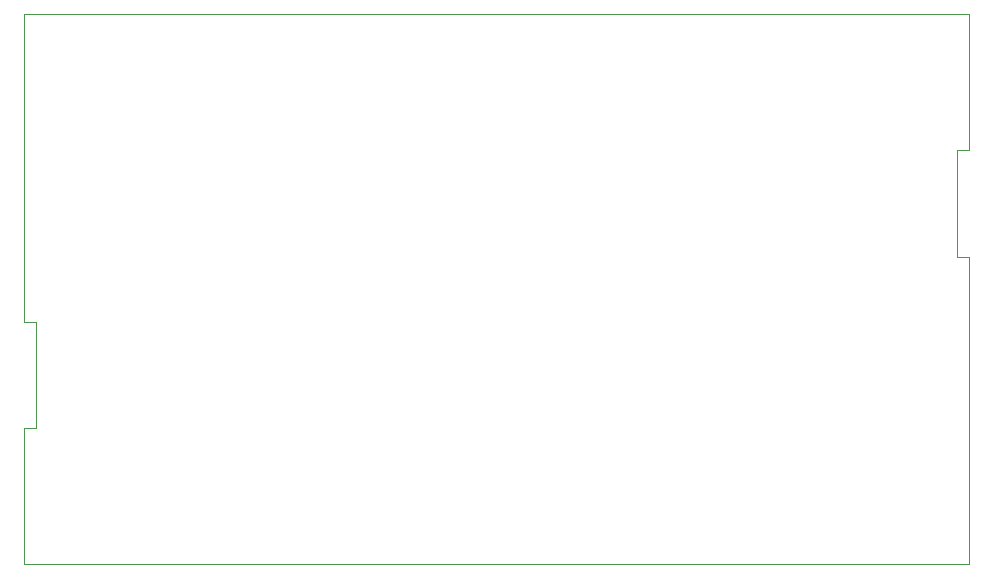
<source format=gko>
%TF.GenerationSoftware,KiCad,Pcbnew,(5.1.10)-1*%
%TF.CreationDate,2021-11-13T18:12:33-05:00*%
%TF.ProjectId,W7ZOI_TIA_SMT,57375a4f-495f-4544-9941-5f534d542e6b,rev?*%
%TF.SameCoordinates,Original*%
%TF.FileFunction,Profile,NP*%
%FSLAX46Y46*%
G04 Gerber Fmt 4.6, Leading zero omitted, Abs format (unit mm)*
G04 Created by KiCad (PCBNEW (5.1.10)-1) date 2021-11-13 18:12:33*
%MOMM*%
%LPD*%
G01*
G04 APERTURE LIST*
%TA.AperFunction,Profile*%
%ADD10C,0.100000*%
%TD*%
G04 APERTURE END LIST*
D10*
X294540000Y-85534600D02*
X294540000Y-111534600D01*
X293540000Y-76534600D02*
X294040000Y-76534600D01*
X293540000Y-85534600D02*
X293540000Y-76534600D01*
X294040000Y-85534600D02*
X293540000Y-85534600D01*
X215540000Y-91034600D02*
X215040000Y-91034600D01*
X215540000Y-100034600D02*
X215540000Y-91034600D01*
X215040000Y-100034600D02*
X215540000Y-100034600D01*
X214540000Y-100034600D02*
X214540000Y-111534600D01*
X215040000Y-91034600D02*
X214540000Y-91034600D01*
X214540000Y-100034600D02*
X215040000Y-100034600D01*
X294040000Y-85534600D02*
X294540000Y-85534600D01*
X294540000Y-76534600D02*
X294040000Y-76534600D01*
X214540000Y-111534600D02*
X215040000Y-111534600D01*
X214540000Y-65034600D02*
X214540000Y-91034600D01*
X294540000Y-111534600D02*
X215040000Y-111534600D01*
X294540000Y-65034600D02*
X294540000Y-76534600D01*
X214540000Y-65034600D02*
X294540000Y-65034600D01*
M02*

</source>
